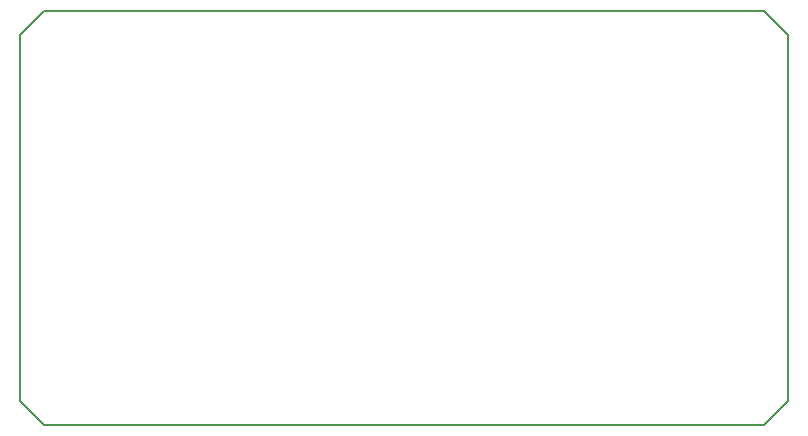
<source format=gm1>
G04 #@! TF.FileFunction,Profile,NP*
%FSLAX46Y46*%
G04 Gerber Fmt 4.6, Leading zero omitted, Abs format (unit mm)*
G04 Created by KiCad (PCBNEW 4.0.7) date 02/25/18 23:04:30*
%MOMM*%
%LPD*%
G01*
G04 APERTURE LIST*
%ADD10C,0.100000*%
%ADD11C,0.150000*%
G04 APERTURE END LIST*
D10*
D11*
X205000000Y-83000000D02*
X205000000Y-52000000D01*
X140000000Y-52000000D02*
X142000000Y-50000000D01*
X140000000Y-83000000D02*
X142000000Y-85000000D01*
X205000000Y-83000000D02*
X203000000Y-85000000D01*
X203000000Y-50000000D02*
X205000000Y-52000000D01*
X140000000Y-83000000D02*
X140000000Y-52000000D01*
X203000000Y-85000000D02*
X142000000Y-85000000D01*
X142000000Y-50000000D02*
X203000000Y-50000000D01*
M02*

</source>
